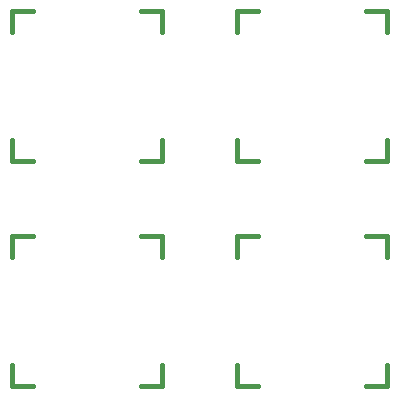
<source format=gto>
G04 #@! TF.FileFunction,Legend,Top*
%FSLAX46Y46*%
G04 Gerber Fmt 4.6, Leading zero omitted, Abs format (unit mm)*
G04 Created by KiCad (PCBNEW 4.0.7-e2-6376~58~ubuntu16.04.1) date Sun Oct 15 00:03:39 2017*
%MOMM*%
%LPD*%
G01*
G04 APERTURE LIST*
%ADD10C,0.100000*%
%ADD11C,0.381000*%
G04 APERTURE END LIST*
D10*
D11*
X34131250Y-91281250D02*
X35909250Y-91281250D01*
X45053250Y-91281250D02*
X46831250Y-91281250D01*
X46831250Y-91281250D02*
X46831250Y-93059250D01*
X46831250Y-102203250D02*
X46831250Y-103981250D01*
X46831250Y-103981250D02*
X45053250Y-103981250D01*
X35909250Y-103981250D02*
X34131250Y-103981250D01*
X34131250Y-103981250D02*
X34131250Y-102203250D01*
X34131250Y-93059250D02*
X34131250Y-91281250D01*
X34131250Y-110331250D02*
X35909250Y-110331250D01*
X45053250Y-110331250D02*
X46831250Y-110331250D01*
X46831250Y-110331250D02*
X46831250Y-112109250D01*
X46831250Y-121253250D02*
X46831250Y-123031250D01*
X46831250Y-123031250D02*
X45053250Y-123031250D01*
X35909250Y-123031250D02*
X34131250Y-123031250D01*
X34131250Y-123031250D02*
X34131250Y-121253250D01*
X34131250Y-112109250D02*
X34131250Y-110331250D01*
X53181250Y-91281250D02*
X54959250Y-91281250D01*
X64103250Y-91281250D02*
X65881250Y-91281250D01*
X65881250Y-91281250D02*
X65881250Y-93059250D01*
X65881250Y-102203250D02*
X65881250Y-103981250D01*
X65881250Y-103981250D02*
X64103250Y-103981250D01*
X54959250Y-103981250D02*
X53181250Y-103981250D01*
X53181250Y-103981250D02*
X53181250Y-102203250D01*
X53181250Y-93059250D02*
X53181250Y-91281250D01*
X53181250Y-110331250D02*
X54959250Y-110331250D01*
X64103250Y-110331250D02*
X65881250Y-110331250D01*
X65881250Y-110331250D02*
X65881250Y-112109250D01*
X65881250Y-121253250D02*
X65881250Y-123031250D01*
X65881250Y-123031250D02*
X64103250Y-123031250D01*
X54959250Y-123031250D02*
X53181250Y-123031250D01*
X53181250Y-123031250D02*
X53181250Y-121253250D01*
X53181250Y-112109250D02*
X53181250Y-110331250D01*
M02*

</source>
